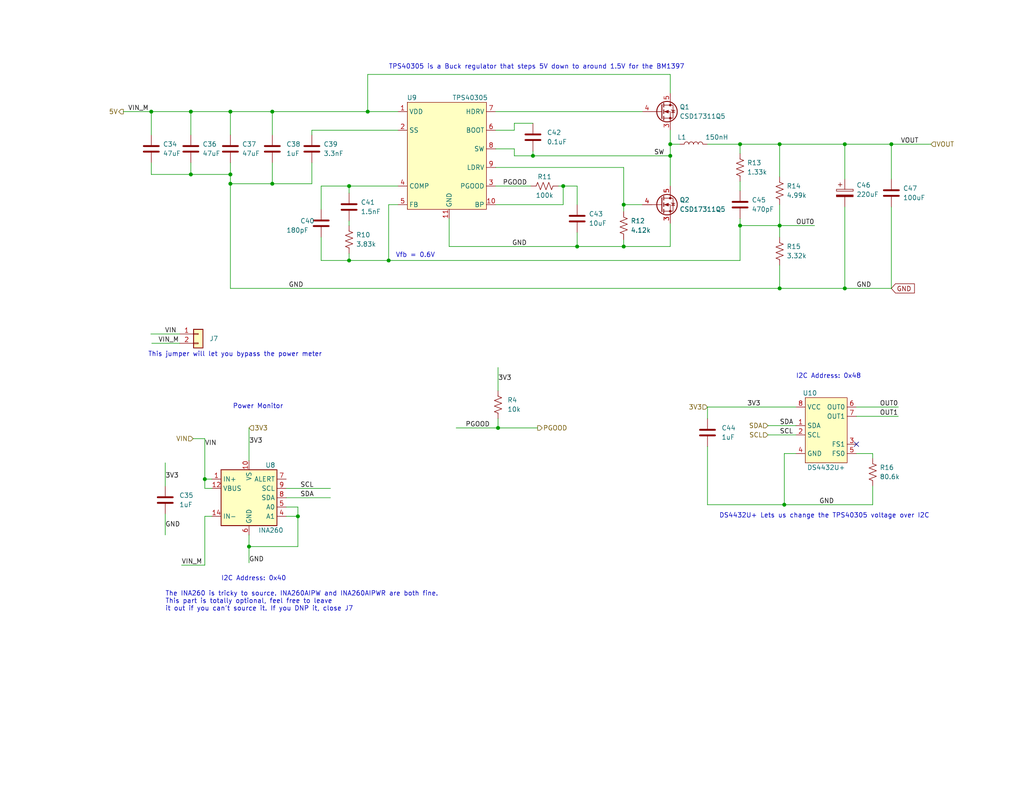
<source format=kicad_sch>
(kicad_sch (version 20230121) (generator eeschema)
  (paper "A")
  (title_block (title "BM1366 bitaxe") (date "2023-10-10") (rev "1.1"))
  (lib_symbols
    (symbol "Connector_Generic:Conn_01x02" (pin_names (offset 1.016) hide)
      (property "Reference" "J" (at 0 2.54 0))
      (property "Value" "Conn_01x02" (at 0 -5.08 0))
      (symbol "Conn_01x02_1_1"
        (rectangle (start -1.27 -2.413) (end 0 -2.667) (stroke (width 0.1524)))
        (rectangle (start -1.27 0.127) (end 0 -0.127) (stroke (width 0.1524)))
        (rectangle (start -1.27 1.27) (end 1.27 -3.81) (stroke (width 0.254)) (fill (type background)))
        (pin passive line (at -5.08 0 0) (length 3.81) (name "Pin_1") (number "1"))
        (pin passive line (at -5.08 -2.54 0) (length 3.81) (name "Pin_2") (number "2"))
      )
    )
    (symbol "Device:C" (pin_numbers hide) (pin_names (offset 0.254))
      (property "Reference" "C" (at 0.635 2.54 0))
      (property "Value" "C" (at 0.635 -2.54 0))
      (symbol "C_0_1"
        (polyline (pts (xy -2.032 -0.762) (xy 2.032 -0.762)) (stroke (width 0.508)))
        (polyline (pts (xy -2.032 0.762) (xy 2.032 0.762)) (stroke (width 0.508)))
      )
      (symbol "C_1_1"
        (pin passive line (at 0 3.81 270) (length 2.794) (name "~") (number "1"))
        (pin passive line (at 0 -3.81 90) (length 2.794) (name "~") (number "2"))
      )
    )
    (symbol "Device:C_Polarized" (pin_numbers hide) (pin_names (offset 0.254))
      (property "Reference" "C" (at 0.635 2.54 0))
      (property "Value" "C_Polarized" (at 0.635 -2.54 0))
      (symbol "C_Polarized_0_1"
        (rectangle (start -2.286 0.508) (end 2.286 1.016))
        (polyline (pts (xy -1.778 2.286) (xy -0.762 2.286)))
        (polyline (pts (xy -1.27 2.794) (xy -1.27 1.778)))
        (rectangle (start 2.286 -0.508) (end -2.286 -1.016) (fill (type outline)))
      )
      (symbol "C_Polarized_1_1"
        (pin passive line (at 0 3.81 270) (length 2.794) (name "~") (number "1"))
        (pin passive line (at 0 -3.81 90) (length 2.794) (name "~") (number "2"))
      )
    )
    (symbol "Device:L" (pin_numbers hide) (pin_names (offset 1.016) hide)
      (property "Reference" "L" (at -1.27 0 90))
      (property "Value" "L" (at 1.905 0 90))
      (symbol "L_0_1"
        (arc (start 0 -2.54) (mid 0.6323 -1.905) (end 0 -1.27))
        (arc (start 0 -1.27) (mid 0.6323 -0.635) (end 0 0))
        (arc (start 0 0) (mid 0.6323 0.635) (end 0 1.27))
        (arc (start 0 1.27) (mid 0.6323 1.905) (end 0 2.54))
      )
      (symbol "L_1_1"
        (pin passive line (at 0 3.81 270) (length 1.27) (name "1") (number "1"))
        (pin passive line (at 0 -3.81 90) (length 1.27) (name "2") (number "2"))
      )
    )
    (symbol "Device:R_US" (pin_numbers hide) (pin_names (offset 0))
      (property "Reference" "R" (at 2.54 0 90))
      (property "Value" "R_US" (at -2.54 0 90))
      (symbol "R_US_0_1"
        (polyline (pts (xy 0 -2.286) (xy 0 -2.54)))
        (polyline (pts (xy 0 2.286) (xy 0 2.54)))
        (polyline (pts (xy 0 -0.762) (xy 1.016 -1.143) (xy 0 -1.524) (xy -1.016 -1.905) (xy 0 -2.286)))
        (polyline (pts (xy 0 0.762) (xy 1.016 0.381) (xy 0 0) (xy -1.016 -0.381) (xy 0 -0.762)))
        (polyline (pts (xy 0 2.286) (xy 1.016 1.905) (xy 0 1.524) (xy -1.016 1.143) (xy 0 0.762)))
      )
      (symbol "R_US_1_1"
        (pin passive line (at 0 3.81 270) (length 1.27) (name "~") (number "1"))
        (pin passive line (at 0 -3.81 90) (length 1.27) (name "~") (number "2"))
      )
    )
    (symbol "Sensor:INA260"
      (property "Reference" "U" (at -6.35 8.89 0))
      (property "Value" "INA260" (at 2.54 8.89 0))
      (symbol "INA260_0_1"
        (rectangle (start -7.62 7.62) (end 7.62 -7.62) (stroke (width 0.254)) (fill (type background)))
      )
      (symbol "INA260_1_1"
        (pin passive line (at -10.16 5.08 0) (length 2.54) (name "IN+") (number "1"))
        (pin power_in line (at 0 10.16 270) (length 2.54) (name "VS") (number "10"))
        (pin passive line (at 0 -10.16 90) (length 2.54) hide (name "GND") (number "11"))
        (pin passive line (at -10.16 2.54 0) (length 2.54) (name "VBUS") (number "12"))
        (pin no_connect line (at 2.54 -7.62 90) (length 2.54) hide (name "NC") (number "13"))
        (pin passive line (at -10.16 -5.08 0) (length 2.54) (name "IN-") (number "14"))
        (pin passive line (at -10.16 -5.08 0) (length 2.54) hide (name "IN-") (number "15"))
        (pin passive line (at -10.16 -5.08 0) (length 2.54) hide (name "IN-") (number "16"))
        (pin passive line (at -10.16 5.08 0) (length 2.54) hide (name "IN+") (number "2"))
        (pin passive line (at -10.16 5.08 0) (length 2.54) hide (name "IN+") (number "3"))
        (pin input line (at 10.16 -5.08 180) (length 2.54) (name "A1") (number "4"))
        (pin input line (at 10.16 -2.54 180) (length 2.54) (name "A0") (number "5"))
        (pin power_in line (at 0 -10.16 90) (length 2.54) (name "GND") (number "6"))
        (pin open_collector line (at 10.16 5.08 180) (length 2.54) (name "ALERT") (number "7"))
        (pin bidirectional line (at 10.16 0 180) (length 2.54) (name "SDA") (number "8"))
        (pin input line (at 10.16 2.54 180) (length 2.54) (name "SCL") (number "9"))
      )
    )
    (symbol "bitaxe:DS4432U+"
      (property "Reference" "U10" (at -5.08 10.16 0))
      (property "Value" "DS4432U+" (at -0.635 -10.16 0))
      (symbol "DS4432U+_0_1"
        (rectangle (start -6.35 8.89) (end 5.08 -8.89) (stroke (width 0.1524)) (fill (type background)))
      )
      (symbol "DS4432U+_1_1"
        (pin input line (at -8.89 1.27 0) (length 2.54) (name "SDA") (number "1"))
        (pin input line (at -8.89 -1.27 0) (length 2.54) (name "SCL") (number "2"))
        (pin input line (at 7.62 -3.81 180) (length 2.54) (name "FS1") (number "3"))
        (pin power_in line (at -8.89 -6.35 0) (length 2.54) (name "GND") (number "4"))
        (pin input line (at 7.62 -6.35 180) (length 2.54) (name "FS0") (number "5"))
        (pin output line (at 7.62 6.35 180) (length 2.54) (name "OUT0") (number "6"))
        (pin output line (at 7.62 3.81 180) (length 2.54) (name "OUT1") (number "7"))
        (pin power_in line (at -8.89 6.35 0) (length 2.54) (name "VCC") (number "8"))
      )
    )
    (symbol "bitaxe:Q_NMOS_CSD17311Q5_1" (pin_names (offset 0) hide)
      (property "Reference" "Q1" (at 5.08 1.27 0))
      (property "Value" "CSD17311Q5" (at 5.08 -1.27 0))
      (symbol "Q_NMOS_CSD17311Q5_1_0_1"
        (polyline (pts (xy 0.254 0) (xy -2.54 0)))
        (polyline (pts (xy 0.254 1.905) (xy 0.254 -1.905)) (stroke (width 0.254)))
        (polyline (pts (xy 0.762 -1.27) (xy 0.762 -2.286)) (stroke (width 0.254)))
        (polyline (pts (xy 0.762 0.508) (xy 0.762 -0.508)) (stroke (width 0.254)))
        (polyline (pts (xy 0.762 2.286) (xy 0.762 1.27)) (stroke (width 0.254)))
        (polyline (pts (xy 2.54 2.54) (xy 2.54 1.778)))
        (polyline (pts (xy 2.54 -2.54) (xy 2.54 0) (xy 0.762 0)))
        (polyline (pts (xy 0.762 -1.778) (xy 3.302 -1.778) (xy 3.302 1.778) (xy 0.762 1.778)))
        (polyline (pts (xy 1.016 0) (xy 2.032 0.381) (xy 2.032 -0.381) (xy 1.016 0)) (fill (type outline)))
        (polyline (pts (xy 2.794 0.508) (xy 2.921 0.381) (xy 3.683 0.381) (xy 3.81 0.254)))
        (polyline (pts (xy 3.302 0.381) (xy 2.921 -0.254) (xy 3.683 -0.254) (xy 3.302 0.381)))
        (circle (center 1.651 0) (radius 2.794) (stroke (width 0.254)))
        (circle (center 2.54 -1.778) (radius 0.254) (fill (type outline)))
        (circle (center 2.54 1.778) (radius 0.254) (fill (type outline)))
      )
      (symbol "Q_NMOS_CSD17311Q5_1_1_1"
        (pin passive line (at 2.54 -5.08 90) (length 2.54) hide (name "") (number "1"))
        (pin passive line (at 2.54 -5.08 90) (length 2.54) hide (name "") (number "2"))
        (pin passive line (at 2.54 -5.08 90) (length 2.54) (name "S") (number "3"))
        (pin input line (at -5.08 0 0) (length 2.54) (name "G") (number "4"))
        (pin passive line (at 2.54 5.08 270) (length 2.54) (name "D") (number "5"))
      )
    )
    (symbol "bitaxe:TPS40305"
      (property "Reference" "U9" (at -10.16 16.51 0))
      (property "Value" "TPS40305" (at 5.715 16.51 0))
      (symbol "TPS40305_0_1"
        (rectangle (start -11.43 15.24) (end 10.16 -13.97) (stroke (width 0.1524)) (fill (type background)))
      )
      (symbol "TPS40305_1_1"
        (pin input line (at -13.97 12.7 0) (length 2.54) (name "VDD") (number "1"))
        (pin input line (at 12.7 -12.7 180) (length 2.54) (name "BP") (number "10"))
        (pin input line (at 0 -16.51 90) (length 2.54) (name "GND") (number "11"))
        (pin input line (at -13.97 7.62 0) (length 2.54) (name "SS") (number "2"))
        (pin input line (at 12.7 -7.62 180) (length 2.54) (name "PGOOD") (number "3"))
        (pin input line (at -13.97 -7.62 0) (length 2.54) (name "COMP") (number "4"))
        (pin input line (at -13.97 -12.7 0) (length 2.54) (name "FB") (number "5"))
        (pin input line (at 12.7 7.62 180) (length 2.54) (name "BOOT") (number "6"))
        (pin input line (at 12.7 12.7 180) (length 2.54) (name "HDRV") (number "7"))
        (pin input line (at 12.7 2.54 180) (length 2.54) (name "SW") (number "8"))
        (pin input line (at 12.7 -2.54 180) (length 2.54) (name "LDRV") (number "9"))
      )
    )
  )
  (junction (at 135.89 116.84))
  (junction (at 62.865 50.165))
  (junction (at 201.93 61.595))
  (junction (at 62.865 47.625))
  (junction (at 153.67 50.8))
  (junction (at 213.995 137.795))
  (junction (at 41.275 30.48))
  (junction (at 145.415 42.545))
  (junction (at 182.88 42.545))
  (junction (at 212.725 78.74))
  (junction (at 95.25 50.8))
  (junction (at 182.88 39.37))
  (junction (at 170.18 55.88))
  (junction (at 230.505 78.74))
  (junction (at 212.725 39.37))
  (junction (at 52.07 47.625))
  (junction (at 74.295 30.48))
  (junction (at 100.33 30.48))
  (junction (at 106.045 71.12))
  (junction (at 67.945 149.225))
  (junction (at 52.07 30.48))
  (junction (at 230.505 39.37))
  (junction (at 212.725 61.595))
  (junction (at 81.28 140.97))
  (junction (at 157.48 67.31))
  (junction (at 62.865 30.48))
  (junction (at 74.295 50.165))
  (junction (at 243.205 39.37))
  (junction (at 55.88 130.81))
  (junction (at 201.93 39.37))
  (junction (at 95.25 71.12))
  (junction (at 170.18 67.31))
  (no_connect (at 233.68 121.285))
  (wire (pts (xy 243.205 39.37) (xy 230.505 39.37)))
  (wire (pts (xy 193.04 111.125) (xy 217.17 111.125)))
  (wire (pts (xy 157.48 63.5) (xy 157.48 67.31)))
  (wire (pts (xy 41.275 30.48) (xy 52.07 30.48)))
  (wire (pts (xy 108.585 50.8) (xy 95.25 50.8)))
  (wire (pts (xy 182.88 35.56) (xy 182.88 39.37)))
  (wire (pts (xy 243.205 48.895) (xy 243.205 39.37)))
  (wire (pts (xy 170.18 55.88) (xy 175.26 55.88)))
  (wire (pts (xy 67.945 116.84) (xy 67.945 125.73)))
  (wire (pts (xy 95.25 60.325) (xy 95.25 61.595)))
  (wire (pts (xy 74.295 44.45) (xy 74.295 50.165)))
  (wire (pts (xy 212.725 55.88) (xy 212.725 61.595)))
  (wire (pts (xy 170.18 45.72) (xy 170.18 55.88)))
  (wire (pts (xy 55.88 130.81) (xy 55.88 119.761)))
  (wire (pts (xy 52.07 44.45) (xy 52.07 47.625)))
  (wire (pts (xy 170.18 67.31) (xy 170.18 65.405)))
  (wire (pts (xy 233.68 113.665) (xy 245.11 113.665)))
  (wire (pts (xy 85.09 44.45) (xy 85.09 50.165)))
  (wire (pts (xy 182.88 20.32) (xy 100.33 20.32)))
  (wire (pts (xy 193.04 114.3) (xy 193.04 111.125)))
  (wire (pts (xy 201.93 39.37) (xy 201.93 41.91)))
  (wire (pts (xy 57.785 133.35) (xy 55.88 133.35)))
  (wire (pts (xy 52.07 47.625) (xy 62.865 47.625)))
  (wire (pts (xy 243.205 39.37) (xy 254 39.37)))
  (wire (pts (xy 55.88 140.97) (xy 55.88 154.305)))
  (wire (pts (xy 124.46 116.84) (xy 135.89 116.84)))
  (wire (pts (xy 87.63 71.12) (xy 87.63 64.77)))
  (wire (pts (xy 87.63 50.8) (xy 87.63 57.15)))
  (wire (pts (xy 49.53 154.305) (xy 55.88 154.305)))
  (wire (pts (xy 209.55 116.205) (xy 217.17 116.205)))
  (wire (pts (xy 62.865 50.165) (xy 74.295 50.165)))
  (wire (pts (xy 78.105 138.43) (xy 81.28 138.43)))
  (wire (pts (xy 122.555 67.31) (xy 157.48 67.31)))
  (wire (pts (xy 81.28 149.225) (xy 67.945 149.225)))
  (wire (pts (xy 213.995 123.825) (xy 217.17 123.825)))
  (wire (pts (xy 62.865 78.74) (xy 212.725 78.74)))
  (wire (pts (xy 201.93 49.53) (xy 201.93 52.07)))
  (wire (pts (xy 57.785 130.81) (xy 55.88 130.81)))
  (wire (pts (xy 74.295 30.48) (xy 74.295 36.83)))
  (wire (pts (xy 95.25 69.215) (xy 95.25 71.12)))
  (wire (pts (xy 212.725 72.39) (xy 212.725 78.74)))
  (wire (pts (xy 41.402 93.726) (xy 49.022 93.726)))
  (wire (pts (xy 157.48 67.31) (xy 170.18 67.31)))
  (wire (pts (xy 238.125 132.715) (xy 238.125 137.795)))
  (wire (pts (xy 153.67 55.88) (xy 153.67 50.8)))
  (wire (pts (xy 230.505 39.37) (xy 230.505 48.895)))
  (wire (pts (xy 212.725 61.595) (xy 212.725 64.77)))
  (wire (pts (xy 140.335 40.64) (xy 140.335 42.545)))
  (wire (pts (xy 182.88 60.96) (xy 182.88 67.31)))
  (wire (pts (xy 81.28 138.43) (xy 81.28 140.97)))
  (wire (pts (xy 135.255 45.72) (xy 170.18 45.72)))
  (wire (pts (xy 135.255 40.64) (xy 140.335 40.64)))
  (wire (pts (xy 41.275 47.625) (xy 52.07 47.625)))
  (wire (pts (xy 233.68 111.125) (xy 245.11 111.125)))
  (wire (pts (xy 135.255 55.88) (xy 153.67 55.88)))
  (wire (pts (xy 41.275 36.83) (xy 41.275 30.48)))
  (wire (pts (xy 230.505 56.515) (xy 230.505 78.74)))
  (wire (pts (xy 62.865 30.48) (xy 62.865 36.83)))
  (wire (pts (xy 152.4 50.8) (xy 153.67 50.8)))
  (wire (pts (xy 52.07 30.48) (xy 62.865 30.48)))
  (wire (pts (xy 213.995 137.795) (xy 213.995 123.825)))
  (wire (pts (xy 45.085 140.335) (xy 45.085 146.05)))
  (wire (pts (xy 140.335 42.545) (xy 145.415 42.545)))
  (wire (pts (xy 230.505 39.37) (xy 212.725 39.37)))
  (wire (pts (xy 100.33 20.32) (xy 100.33 30.48)))
  (wire (pts (xy 182.88 67.31) (xy 170.18 67.31)))
  (wire (pts (xy 67.945 149.225) (xy 67.945 153.67)))
  (wire (pts (xy 233.68 123.825) (xy 238.125 123.825)))
  (wire (pts (xy 135.89 116.84) (xy 146.685 116.84)))
  (wire (pts (xy 170.18 55.88) (xy 170.18 57.785)))
  (wire (pts (xy 182.88 42.545) (xy 182.88 50.8)))
  (wire (pts (xy 95.25 71.12) (xy 87.63 71.12)))
  (wire (pts (xy 62.865 30.48) (xy 74.295 30.48)))
  (wire (pts (xy 230.505 78.74) (xy 243.205 78.74)))
  (wire (pts (xy 193.04 137.795) (xy 213.995 137.795)))
  (wire (pts (xy 78.105 140.97) (xy 81.28 140.97)))
  (wire (pts (xy 67.945 146.05) (xy 67.945 149.225)))
  (wire (pts (xy 135.255 50.8) (xy 144.78 50.8)))
  (wire (pts (xy 106.045 71.12) (xy 95.25 71.12)))
  (wire (pts (xy 157.48 50.8) (xy 157.48 55.88)))
  (wire (pts (xy 52.07 30.48) (xy 52.07 36.83)))
  (wire (pts (xy 135.89 114.3) (xy 135.89 116.84)))
  (wire (pts (xy 62.865 47.625) (xy 62.865 50.165)))
  (wire (pts (xy 145.415 42.545) (xy 182.88 42.545)))
  (wire (pts (xy 182.88 25.4) (xy 182.88 20.32)))
  (wire (pts (xy 62.865 50.165) (xy 62.865 78.74)))
  (wire (pts (xy 41.275 44.45) (xy 41.275 47.625)))
  (wire (pts (xy 62.865 44.45) (xy 62.865 47.625)))
  (wire (pts (xy 122.555 59.69) (xy 122.555 67.31)))
  (wire (pts (xy 212.725 61.595) (xy 222.25 61.595)))
  (wire (pts (xy 212.725 78.74) (xy 230.505 78.74)))
  (wire (pts (xy 193.04 39.37) (xy 201.93 39.37)))
  (wire (pts (xy 209.55 118.745) (xy 217.17 118.745)))
  (wire (pts (xy 108.585 55.88) (xy 106.045 55.88)))
  (wire (pts (xy 108.585 35.56) (xy 85.09 35.56)))
  (wire (pts (xy 57.785 140.97) (xy 55.88 140.97)))
  (wire (pts (xy 201.93 39.37) (xy 212.725 39.37)))
  (wire (pts (xy 153.67 50.8) (xy 157.48 50.8)))
  (wire (pts (xy 140.335 35.56) (xy 140.335 33.655)))
  (wire (pts (xy 201.93 59.69) (xy 201.93 61.595)))
  (wire (pts (xy 41.148 91.186) (xy 49.022 91.186)))
  (wire (pts (xy 243.205 56.515) (xy 243.205 78.74)))
  (wire (pts (xy 201.93 71.12) (xy 106.045 71.12)))
  (wire (pts (xy 95.25 50.8) (xy 87.63 50.8)))
  (wire (pts (xy 74.295 30.48) (xy 100.33 30.48)))
  (wire (pts (xy 140.335 33.655) (xy 145.415 33.655)))
  (wire (pts (xy 145.415 41.275) (xy 145.415 42.545)))
  (wire (pts (xy 45.085 126.365) (xy 45.085 132.715)))
  (wire (pts (xy 135.255 30.48) (xy 175.26 30.48)))
  (wire (pts (xy 55.88 133.35) (xy 55.88 130.81)))
  (wire (pts (xy 100.33 30.48) (xy 108.585 30.48)))
  (wire (pts (xy 85.09 35.56) (xy 85.09 36.83)))
  (wire (pts (xy 212.725 39.37) (xy 212.725 48.26)))
  (wire (pts (xy 182.88 39.37) (xy 185.42 39.37)))
  (wire (pts (xy 135.89 100.33) (xy 135.89 106.68)))
  (wire (pts (xy 238.125 123.825) (xy 238.125 125.095)))
  (wire (pts (xy 201.93 61.595) (xy 201.93 71.12)))
  (wire (pts (xy 135.255 35.56) (xy 140.335 35.56)))
  (wire (pts (xy 78.105 133.35) (xy 90.17 133.35)))
  (wire (pts (xy 81.28 140.97) (xy 81.28 149.225)))
  (wire (pts (xy 106.045 55.88) (xy 106.045 71.12)))
  (wire (pts (xy 182.88 39.37) (xy 182.88 42.545)))
  (wire (pts (xy 238.125 137.795) (xy 213.995 137.795)))
  (wire (pts (xy 193.04 121.92) (xy 193.04 137.795)))
  (wire (pts (xy 52.705 119.761) (xy 55.88 119.761)))
  (wire (pts (xy 33.655 30.48) (xy 41.275 30.48)))
  (wire (pts (xy 78.105 135.89) (xy 90.17 135.89)))
  (wire (pts (xy 74.295 50.165) (xy 85.09 50.165)))
  (wire (pts (xy 201.93 61.595) (xy 212.725 61.595)))
  (wire (pts (xy 95.25 50.8) (xy 95.25 52.705)))
  (text "DS4432U+ Lets us change the TPS40305 voltage over I2C" (at 196.215 141.605 0) (effects (font (size 1.27 1.27)) (justify left bottom)))
  (text "I2C Address: 0x48" (at 217.17 103.505 0) (effects (font (size 1.27 1.27)) (justify left bottom)))
  (text "The INA260 is tricky to source. INA260AIPW and INA260AIPWR are both fine.\nThis part is totally optional, feel free to leave \nit out if you can't source it. If you DNP it, close J7" (at 45.085 167.005 0) (effects (font (size 1.27 1.27)) (justify left bottom)))
  (text "Power Monitor" (at 63.5 111.76 0) (effects (font (size 1.27 1.27)) (justify left bottom)))
  (text "TPS40305 is a Buck regulator that steps 5V down to around 1.5V for the BM1397" (at 106.045 19.05 0) (effects (font (size 1.27 1.27)) (justify left bottom)))
  (text "I2C Address: 0x40" (at 60.325 158.75 0) (effects (font (size 1.27 1.27)) (justify left bottom)))
  (text "Vfb = 0.6V" (at 107.95 70.485 0) (effects (font (size 1.27 1.27)) (justify left bottom)))
  (text "This jumper will let you bypass the power meter" (at 40.386 97.536 0) (effects (font (size 1.27 1.27)) (justify left bottom)))
  (label "3V3" (at 203.835 111.125 0))
  (label "SDA" (at 212.725 116.205 0))
  (label "VIN_M" (at 34.925 30.48 0))
  (label "GND" (at 233.68 78.74 0))
  (label "VIN_M" (at 49.53 154.305 0))
  (label "GND" (at 78.74 78.74 0))
  (label "VIN" (at 44.958 91.186 0))
  (label "GND" (at 67.945 153.67 0))
  (label "3V3" (at 67.945 121.285 0))
  (label "PGOOD" (at 137.16 50.8 0))
  (label "GND" (at 45.085 144.145 0))
  (label "SCL" (at 81.915 133.35 0))
  (label "VOUT" (at 245.745 39.37 0))
  (label "3V3" (at 45.085 130.81 0))
  (label "OUT1" (at 240.03 113.665 0))
  (label "SCL" (at 212.725 118.745 0))
  (label "SDA" (at 81.915 135.89 0))
  (label "OUT0" (at 217.17 61.595 0))
  (label "OUT0" (at 240.03 111.125 0))
  (label "GND" (at 223.52 137.795 0))
  (label "VIN_M" (at 43.18 93.726 0))
  (label "3V3" (at 135.89 104.14 0))
  (label "PGOOD" (at 127 116.84 0))
  (label "SW" (at 178.435 42.545 0))
  (label "GND" (at 139.7 67.31 0))
  (label "VIN" (at 55.88 121.92 0))
  (global_label "GND" (shape input) (at 243.205 78.74 0) (property "Intersheetrefs" "${INTERSHEET_REFS}" (effects hide)))
  (hierarchical_label "SDA" (shape input) (at 209.55 116.205 180))
  (hierarchical_label "5V" (shape output) (at 33.655 30.48 180))
  (hierarchical_label "SCL" (shape input) (at 209.55 118.745 180))
  (hierarchical_label "3V3" (shape input) (at 67.945 116.84 0))
  (hierarchical_label "VOUT" (shape input) (at 254 39.37 0))
  (hierarchical_label "VIN" (shape input) (at 52.705 119.761 180))
  (hierarchical_label "3V3" (shape input) (at 193.04 111.125 180))
  (hierarchical_label "PGOOD" (shape output) (at 146.685 116.84 0))
  (symbol (lib_id "Device:C") (at 157.48 59.69 0) (unit 1)
    (property "Reference" "C43" (at 160.655 58.4199 0) (effects (justify left)))
    (property "Value" "10uF" (at 160.655 60.9599 0) (effects (justify left)))
    (property "Footprint" "Capacitor_SMD:C_0805_2012Metric" (effects hide))
    (property "DK" "1276-1096-1-ND" (effects hide))
    (property "PARTNO" "CL21A106KOQNNNE" (effects hide))
  )
  (symbol (lib_id "Device:R_US") (at 212.725 52.07 0) (unit 1)
    (property "Reference" "R14" (at 214.63 50.7999 0) (effects (justify left)))
    (property "Value" "4.99k" (at 214.63 53.3399 0) (effects (justify left)))
    (property "Footprint" "Resistor_SMD:R_0402_1005Metric" (effects hide))
    (property "DK" "311-4.99KLRCT-ND" (effects hide))
    (property "PARTNO" "RC0402FR-074K99L" (effects hide))
  )
  (symbol (lib_id "Device:C") (at 62.865 40.64 0) (unit 1)
    (property "Reference" "C37" (at 66.04 39.3699 0) (effects (justify left)))
    (property "Value" "47uF" (at 66.04 41.9099 0) (effects (justify left)))
    (property "Footprint" "Capacitor_SMD:C_1210_3225Metric" (effects hide))
    (property "DK" "490-6539-1-ND" (effects hide))
    (property "PARTNO" "GRM32ER61C476KE15L" (effects hide))
  )
  (symbol (lib_id "Device:C_Polarized") (at 230.505 52.705 0) (unit 1)
    (property "Reference" "C46" (at 233.68 50.5459 0) (effects (justify left)))
    (property "Value" "220uF" (at 233.68 53.0859 0) (effects (justify left)))
    (property "Footprint" "bitaxe:CAP_2R5TPE220MAFB" (effects hide))
    (property "Datasheet" "https://media.digikey.com/pdf/Data%20Sheets/Panasonic%20Capacitors%20PDFs/TPE_Series_POSCAP_Rev02_Oct_2017.pdf" (effects hide))
    (property "PARTNO" "2R5TPE220MAFB" (effects hide))
    (property "DK" "P16200CT-ND" (effects hide))
  )
  (symbol (lib_id "bitaxe:TPS40305") (at 122.555 43.18 0) (unit 1)
    (property "Reference" "U9" (at 112.395 26.67 0))
    (property "Value" "TPS40305" (at 128.27 26.67 0))
    (property "Footprint" "bitaxe:TPS40305" (effects hide))
    (property "Datasheet" "https://www.ti.com/lit/ds/symlink/tps40303.pdf" (effects hide))
    (property "DK" "296-37445-1-ND" (effects hide))
    (property "PARTNO" "TPS40305DRCR" (effects hide))
  )
  (symbol (lib_id "Sensor:INA260") (at 67.945 135.89 0) (unit 1)
    (property "Reference" "U8" (at 72.39 127 0) (effects (justify left)))
    (property "Value" "INA260" (at 70.485 144.78 0) (effects (justify left)))
    (property "Footprint" "Package_SO:TSSOP-16_4.4x5mm_P0.65mm" (effects hide))
    (property "Datasheet" "http://www.ti.com/lit/ds/symlink/ina260.pdf" (effects hide))
    (property "PARTNO" "INA260AIPW" (effects hide))
    (property "DK" "296-45218-5-ND" (effects hide))
  )
  (symbol (lib_id "Device:C") (at 41.275 40.64 0) (unit 1)
    (property "Reference" "C34" (at 44.45 39.3699 0) (effects (justify left)))
    (property "Value" "47uF" (at 44.45 41.9099 0) (effects (justify left)))
    (property "Footprint" "Capacitor_SMD:C_1210_3225Metric" (effects hide))
    (property "DK" "490-6539-1-ND" (effects hide))
    (property "PARTNO" "GRM32ER61C476KE15L" (effects hide))
  )
  (symbol (lib_id "bitaxe:Q_NMOS_CSD17311Q5_1") (at 180.34 55.88 0) (unit 1)
    (property "Reference" "Q2" (at 185.42 54.61 0) (effects (justify left)))
    (property "Value" "CSD17311Q5" (at 185.42 57.15 0) (effects (justify left)))
    (property "Footprint" "bitaxe:CSD17311Q5" (effects hide))
    (property "Datasheet" "https://www.ti.com/lit/ds/symlink/csd17311q5.pdf" (effects hide))
    (property "DK" "296-27625-1-ND" (effects hide))
    (property "PARTNO" "CSD17311Q5" (effects hide))
  )
  (symbol (lib_id "Device:C") (at 85.09 40.64 0) (unit 1)
    (property "Reference" "C39" (at 88.265 39.3699 0) (effects (justify left)))
    (property "Value" "3.3nF" (at 88.265 41.9099 0) (effects (justify left)))
    (property "Footprint" "Capacitor_SMD:C_0402_1005Metric" (effects hide))
    (property "DK" "1276-1552-1-ND" (effects hide))
    (property "PARTNO" "CL05B332KB5NNNC" (effects hide))
  )
  (symbol (lib_id "Device:C") (at 52.07 40.64 0) (unit 1)
    (property "Reference" "C36" (at 55.245 39.3699 0) (effects (justify left)))
    (property "Value" "47uF" (at 55.245 41.9099 0) (effects (justify left)))
    (property "Footprint" "Capacitor_SMD:C_1210_3225Metric" (effects hide))
    (property "DK" "490-6539-1-ND" (effects hide))
    (property "PARTNO" "GRM32ER61C476KE15L" (effects hide))
  )
  (symbol (lib_id "Device:C") (at 74.295 40.64 0) (unit 1)
    (property "Reference" "C38" (at 78.105 39.3699 0) (effects (justify left)))
    (property "Value" "1uF" (at 78.105 41.9099 0) (effects (justify left)))
    (property "Footprint" "Capacitor_SMD:C_0805_2012Metric" (effects hide))
    (property "DK" "1276-6471-1-ND" (effects hide))
    (property "PARTNO" "CL21B105KOFNNNG" (effects hide))
  )
  (symbol (lib_id "bitaxe:DS4432U+") (at 226.06 117.475 0) (unit 1)
    (property "Reference" "U10" (at 220.98 107.315 0))
    (property "Value" "DS4432U+" (at 225.425 127.635 0))
    (property "Footprint" "Package_SO:TSSOP-8_3x3mm_P0.65mm" (effects hide))
    (property "Datasheet" "https://datasheets.maximintegrated.com/en/ds/DS4432.pdf" (effects hide))
    (property "DK" "DS4432U+-ND" (effects hide))
    (property "PARTNO" "DS4432U+" (effects hide))
  )
  (symbol (lib_id "Device:C") (at 243.205 52.705 0) (unit 1)
    (property "Reference" "C47" (at 246.38 51.4349 0) (effects (justify left)))
    (property "Value" "100uF" (at 246.38 53.9749 0) (effects (justify left)))
    (property "Footprint" "Capacitor_SMD:C_1206_3216Metric" (effects hide))
    (property "PARTNO" "C3216X5R0J107M160AB" (effects hide))
    (property "DK" "445-6008-1-ND" (effects hide))
  )
  (symbol (lib_id "Device:C") (at 95.25 56.515 0) (unit 1)
    (property "Reference" "C41" (at 98.425 55.2449 0) (effects (justify left)))
    (property "Value" "1.5nF" (at 98.425 57.7849 0) (effects (justify left)))
    (property "Footprint" "Capacitor_SMD:C_0805_2012Metric" (effects hide))
    (property "DK" "311-1128-1-ND" (effects hide))
    (property "PARTNO" "CC0805KRX7R9BB152" (effects hide))
  )
  (symbol (lib_id "Device:R_US") (at 212.725 68.58 0) (unit 1)
    (property "Reference" "R15" (at 214.63 67.3099 0) (effects (justify left)))
    (property "Value" "3.32k" (at 214.63 69.8499 0) (effects (justify left)))
    (property "Footprint" "Resistor_SMD:R_0402_1005Metric" (effects hide))
    (property "DK" "311-3.32KLRCT-ND" (effects hide))
    (property "PARTNO" "RC0402FR-073K32L" (effects hide))
  )
  (symbol (lib_id "Device:R_US") (at 148.59 50.8 90) (unit 1)
    (property "Reference" "R11" (at 148.59 48.26 90))
    (property "Value" "100k" (at 148.59 53.34 90))
    (property "Footprint" "Resistor_SMD:R_0402_1005Metric" (effects hide))
    (property "DK" "311-100KJRCT-ND" (effects hide))
    (property "PARTNO" "RC0402JR-07100KL" (effects hide))
  )
  (symbol (lib_id "Device:C") (at 145.415 37.465 0) (unit 1)
    (property "Reference" "C42" (at 149.225 36.1949 0) (effects (justify left)))
    (property "Value" "0.1uF" (at 149.225 38.7349 0) (effects (justify left)))
    (property "Footprint" "Capacitor_SMD:C_0402_1005Metric" (effects hide))
    (property "DK" "1292-1639-1-ND" (effects hide))
    (property "PARTNO" "0402X104K100CT" (effects hide))
  )
  (symbol (lib_id "Connector_Generic:Conn_01x02") (at 54.102 91.186 0) (unit 1) (in_bom no)
    (property "Reference" "J7" (at 57.15 92.4559 0) (effects (justify left)))
    (property "Value" "Conn_01x02" (effects hide))
    (property "Footprint" "Connector_PinHeader_2.54mm:PinHeader_1x02_P2.54mm_Vertical" (effects hide))
  )
  (symbol (lib_id "Device:R_US") (at 238.125 128.905 0) (unit 1)
    (property "Reference" "R16" (at 240.03 127.635 0) (effects (justify left)))
    (property "Value" "80.6k" (at 240.03 130.175 0) (effects (justify left)))
    (property "Footprint" "Resistor_SMD:R_0402_1005Metric" (effects hide))
    (property "DK" "311-80.6KLRCT-ND" (effects hide))
    (property "PARTNO" "RC0402FR-0780K6L" (effects hide))
  )
  (symbol (lib_id "Device:C") (at 193.04 118.11 0) (unit 1)
    (property "Reference" "C44" (at 196.85 116.8399 0) (effects (justify left)))
    (property "Value" "1uF" (at 196.85 119.3799 0) (effects (justify left)))
    (property "Footprint" "Capacitor_SMD:C_0402_1005Metric" (effects hide))
    (property "DK" "587-5514-1-ND" (effects hide))
    (property "PARTNO" "EMK105BJ105MV-F" (effects hide))
  )
  (symbol (lib_id "Device:R_US") (at 201.93 45.72 0) (unit 1)
    (property "Reference" "R13" (at 203.835 44.4499 0) (effects (justify left)))
    (property "Value" "1.33k" (at 203.835 46.9899 0) (effects (justify left)))
    (property "Footprint" "Resistor_SMD:R_0402_1005Metric" (effects hide))
    (property "DK" "311-1.33KLRCT-ND" (effects hide))
    (property "PARTNO" "RC0402FR-071K33L" (effects hide))
  )
  (symbol (lib_id "Device:R_US") (at 95.25 65.405 0) (unit 1)
    (property "Reference" "R10" (at 97.155 64.1349 0) (effects (justify left)))
    (property "Value" "3.83k" (at 97.155 66.6749 0) (effects (justify left)))
    (property "Footprint" "Resistor_SMD:R_0402_1005Metric" (effects hide))
    (property "DK" "311-3.83KLRCT-ND" (effects hide))
    (property "PARTNO" "RC0402FR-073K83L" (effects hide))
  )
  (symbol (lib_id "bitaxe:Q_NMOS_CSD17311Q5_1") (at 180.34 30.48 0) (unit 1)
    (property "Reference" "Q1" (at 185.42 29.21 0) (effects (justify left)))
    (property "Value" "CSD17311Q5" (at 185.42 31.75 0) (effects (justify left)))
    (property "Footprint" "bitaxe:CSD17311Q5" (effects hide))
    (property "Datasheet" "https://www.ti.com/lit/ds/symlink/csd17311q5.pdf" (effects hide))
    (property "DK" "296-27625-1-ND" (effects hide))
    (property "PARTNO" "CSD17311Q5" (effects hide))
  )
  (symbol (lib_id "Device:C") (at 201.93 55.88 0) (unit 1)
    (property "Reference" "C45" (at 205.105 54.6099 0) (effects (justify left)))
    (property "Value" "470pF" (at 205.105 57.1499 0) (effects (justify left)))
    (property "Footprint" "Capacitor_SMD:C_0805_2012Metric" (effects hide))
    (property "DK" "1292-1580-1-ND" (effects hide))
    (property "PARTNO" "0805B471K500CT" (effects hide))
  )
  (symbol (lib_id "Device:L") (at 189.23 39.37 90) (unit 1)
    (property "Reference" "L1" (at 186.055 37.465 90))
    (property "Value" "150nH" (at 195.58 37.465 90))
    (property "Footprint" "bitaxe:FP1005R1-R15-R" (effects hide))
    (property "Datasheet" "https://www.eaton.com/content/dam/eaton/products/electronic-components/resources/data-sheet/eaton-fp1005r-high-current-power-inductors-data-sheet.pdf" (effects hide))
    (property "PARTNO" "FP1005R1-R15-R" (effects hide))
    (property "DK" "513-1568-1-ND" (effects hide))
  )
  (symbol (lib_id "Device:R_US") (at 170.18 61.595 0) (unit 1)
    (property "Reference" "R12" (at 172.085 60.3249 0) (effects (justify left)))
    (property "Value" "4.12k" (at 172.085 62.8649 0) (effects (justify left)))
    (property "Footprint" "Resistor_SMD:R_0402_1005Metric" (effects hide))
    (property "DK" "RMCF0402FT4K12CT-ND" (effects hide))
    (property "PARTNO" "RMCF0402FT4K12" (effects hide))
  )
  (symbol (lib_id "Device:C") (at 45.085 136.525 0) (unit 1)
    (property "Reference" "C35" (at 48.895 135.2549 0) (effects (justify left)))
    (property "Value" "1uF" (at 48.895 137.7949 0) (effects (justify left)))
    (property "Footprint" "Capacitor_SMD:C_0402_1005Metric" (effects hide))
    (property "DK" "587-5514-1-ND" (effects hide))
    (property "PARTNO" "EMK105BJ105MV-F" (effects hide))
  )
  (symbol (lib_id "Device:C") (at 87.63 60.96 0) (unit 1)
    (property "Reference" "C40" (at 81.915 60.325 0) (effects (justify left)))
    (property "Value" "180pF" (at 78.105 62.865 0) (effects (justify left)))
    (property "Footprint" "Capacitor_SMD:C_0805_2012Metric" (effects hide))
    (property "DK" "311-1114-1-ND" (effects hide))
    (property "PARTNO" "CC0805JRNPO9BN181" (effects hide))
  )
  (symbol (lib_id "Device:R_US") (at 135.89 110.49 0) (unit 1)
    (property "Reference" "R4" (at 138.43 109.2199 0) (effects (justify left)))
    (property "Value" "10k" (at 138.43 111.7599 0) (effects (justify left)))
    (property "Footprint" "Resistor_SMD:R_0402_1005Metric" (effects hide))
    (property "DK" "311-10KJRCT-ND" (effects hide))
    (property "PARTNO" "RC0402JR-0710KL" (effects hide))
  )
)
</source>
